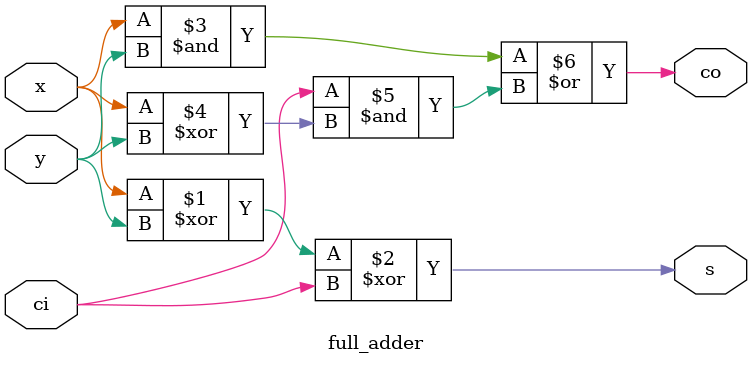
<source format=v>
`timescale 1ns / 1ps

module full_adder(x,y,ci,s,co);

input x,y,ci;
output s,co;

assign s = x ^ y ^ ci;
assign co = (x & y) | (ci & (x ^ y));

endmodule


</source>
